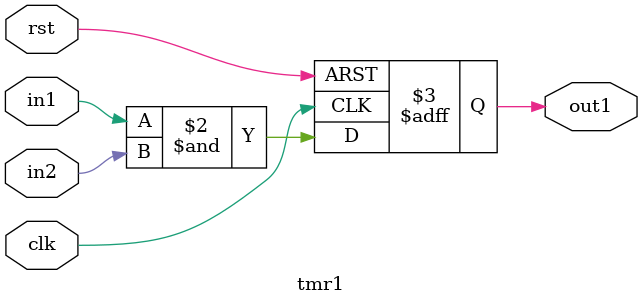
<source format=v>
module tmr1(in1, in2, out1, clk, rst);
  input in1,in2,clk,rst;
  output reg out1;

  always @(posedge clk or posedge rst)
  begin
    if (rst)
      out1<=1'b0;
    else
      out1<= in1 & in2;
  end
endmodule


</source>
